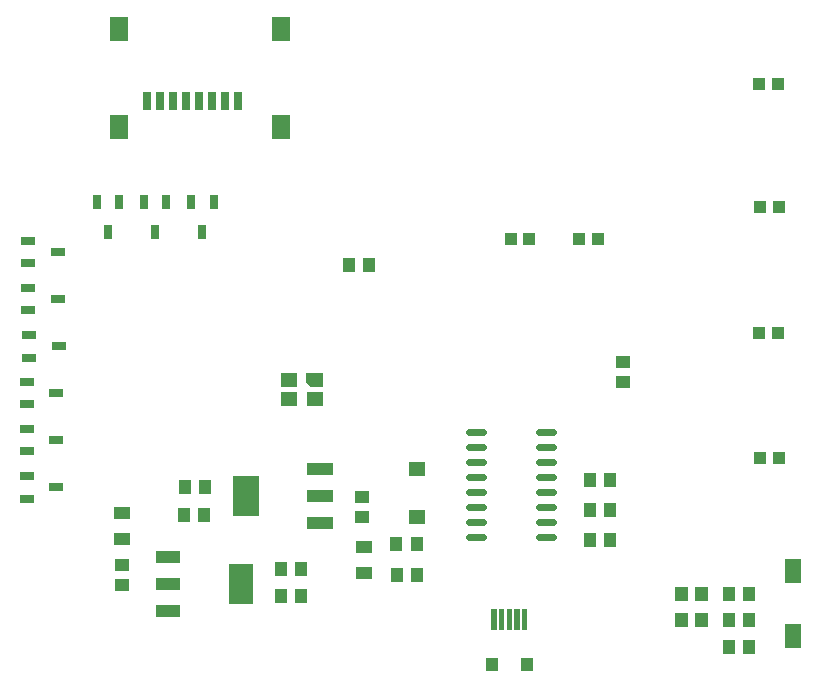
<source format=gtp>
G04 Layer: TopPasteMaskLayer*
G04 EasyEDA v6.3.43, 2020-05-10T20:22:00+02:00*
G04 8efef6a7772f454f874d1fefd099d7f4,c718b20e53f548e3abf3144c64a63f4f,10*
G04 Gerber Generator version 0.2*
G04 Scale: 100 percent, Rotated: No, Reflected: No *
G04 Dimensions in millimeters *
G04 leading zeros omitted , absolute positions ,3 integer and 3 decimal *
%FSLAX33Y33*%
%MOMM*%
G90*
G71D02*

%ADD16C,0.599999*%
%ADD19R,1.399997X1.150010*%
%ADD20R,0.799998X1.524000*%
%ADD21R,1.499997X1.999996*%
%ADD22R,1.099820X1.198880*%
%ADD23R,1.198880X1.099820*%
%ADD25R,0.999998X1.099998*%
%ADD26R,1.400048X1.999996*%
%ADD27R,1.470660X1.270000*%
%ADD28R,1.399997X0.999998*%
%ADD29R,2.159000X1.092200*%
%ADD30R,2.159000X3.505200*%
%ADD31R,2.199996X3.499993*%
%ADD32R,2.199996X1.099998*%
%ADD33R,1.250010X0.699999*%
%ADD34R,0.699999X1.250010*%

%LPD*%
G54D16*
G01X50854Y21229D02*
G01X49654Y21229D01*
G01X50854Y19959D02*
G01X49654Y19959D01*
G01X50854Y18689D02*
G01X49654Y18689D01*
G01X50854Y17419D02*
G01X49654Y17419D01*
G01X50854Y16149D02*
G01X49654Y16149D01*
G01X50854Y14879D02*
G01X49654Y14879D01*
G01X50854Y13609D02*
G01X49654Y13609D01*
G01X50854Y12339D02*
G01X49654Y12339D01*
G01X56797Y21229D02*
G01X55597Y21229D01*
G01X56797Y19959D02*
G01X55597Y19959D01*
G01X56797Y18689D02*
G01X55597Y18689D01*
G01X56797Y17419D02*
G01X55597Y17419D01*
G01X56797Y16149D02*
G01X55597Y16149D01*
G01X56797Y14879D02*
G01X55597Y14879D01*
G01X56797Y13609D02*
G01X55597Y13609D01*
G01X56797Y12339D02*
G01X55597Y12339D01*
G54D19*
G01X34399Y23999D03*
G36*
G01X37300Y25025D02*
G01X36262Y25024D01*
G01X35900Y25403D01*
G01X35900Y26175D01*
G01X37300Y26175D01*
G01X37300Y25025D01*
G37*
G01X36600Y23999D03*
G01X34399Y25599D03*
G54D20*
G01X22400Y49224D03*
G01X23500Y49224D03*
G01X24600Y49224D03*
G01X25699Y49224D03*
G01X26800Y49224D03*
G01X27900Y49224D03*
G01X28999Y49224D03*
G01X30100Y49224D03*
G54D21*
G01X33775Y47049D03*
G01X33775Y55349D03*
G01X20025Y47049D03*
G01X20025Y55349D03*
G54D22*
G01X71700Y3000D03*
G01X73399Y3000D03*
G01X61640Y12022D03*
G01X59941Y12022D03*
G54D23*
G01X40652Y14015D03*
G01X40652Y15715D03*
G36*
G01X54629Y6228D02*
G01X54629Y4430D01*
G01X54176Y4430D01*
G01X54176Y6228D01*
G01X54629Y6228D01*
G37*
G36*
G01X53978Y6228D02*
G01X53978Y4430D01*
G01X53526Y4430D01*
G01X53526Y6228D01*
G01X53978Y6228D01*
G37*
G36*
G01X53328Y6228D02*
G01X53328Y4430D01*
G01X52876Y4430D01*
G01X52876Y6228D01*
G01X53328Y6228D01*
G37*
G36*
G01X52678Y6228D02*
G01X52678Y4430D01*
G01X52226Y4430D01*
G01X52226Y6228D01*
G01X52678Y6228D01*
G37*
G36*
G01X52028Y6228D02*
G01X52028Y4430D01*
G01X51576Y4430D01*
G01X51576Y6228D01*
G01X52028Y6228D01*
G37*
G36*
G01X54116Y960D02*
G01X54116Y2060D01*
G01X55116Y2060D01*
G01X55116Y960D01*
G01X54116Y960D01*
G37*
G36*
G01X51134Y963D02*
G01X51134Y2063D01*
G01X52132Y2063D01*
G01X52132Y963D01*
G01X51134Y963D01*
G37*
G54D22*
G01X35445Y7284D03*
G01X33746Y7284D03*
G54D26*
G01X77100Y9462D03*
G01X77098Y3958D03*
G54D27*
G01X45240Y13963D03*
G01X45240Y18078D03*
G54D22*
G01X61640Y17122D03*
G01X59941Y17122D03*
G54D23*
G01X62700Y25400D03*
G01X62700Y27099D03*
G54D22*
G01X39500Y35299D03*
G01X41199Y35299D03*
G01X61640Y14623D03*
G01X59941Y14623D03*
G36*
G01X69949Y4700D02*
G01X68848Y4700D01*
G01X68848Y5899D01*
G01X69949Y5899D01*
G01X69949Y4700D01*
G37*
G36*
G01X68250Y4700D02*
G01X67152Y4700D01*
G01X67152Y5899D01*
G01X68250Y5899D01*
G01X68250Y4700D01*
G37*
G36*
G01X69949Y6900D02*
G01X68848Y6900D01*
G01X68848Y8099D01*
G01X69949Y8099D01*
G01X69949Y6900D01*
G37*
G36*
G01X68250Y6900D02*
G01X67152Y6900D01*
G01X67152Y8099D01*
G01X68250Y8099D01*
G01X68250Y6900D01*
G37*
G01X71700Y5299D03*
G01X73399Y5299D03*
G01X71700Y7499D03*
G01X73399Y7499D03*
G01X33794Y9570D03*
G01X35494Y9570D03*
G01X43540Y11722D03*
G01X45240Y11722D03*
G01X45240Y9122D03*
G01X43541Y9122D03*
G01X27278Y14148D03*
G01X25578Y14148D03*
G01X25627Y16561D03*
G01X27326Y16561D03*
G54D23*
G01X20293Y9957D03*
G01X20293Y8257D03*
G54D28*
G01X20293Y12158D03*
G01X20293Y14358D03*
G01X40778Y11432D03*
G01X40778Y9232D03*
G54D29*
G01X24179Y10604D03*
G01X24179Y8293D03*
G01X24179Y6007D03*
G54D30*
G01X30376Y8293D03*
G54D25*
G01X60601Y37500D03*
G01X59000Y37500D03*
G01X53199Y37500D03*
G01X54799Y37500D03*
G01X74357Y19017D03*
G01X75957Y19017D03*
G01X74230Y29558D03*
G01X75830Y29558D03*
G01X74357Y40226D03*
G01X75957Y40226D03*
G01X74230Y50640D03*
G01X75830Y50640D03*
G54D31*
G01X30823Y15793D03*
G54D32*
G01X37021Y18093D03*
G01X37021Y15793D03*
G01X37021Y13493D03*
G54D33*
G01X12250Y17449D03*
G01X12250Y15549D03*
G01X14749Y16499D03*
G54D34*
G01X20049Y40650D03*
G01X18149Y40650D03*
G01X19099Y38151D03*
G54D33*
G01X12250Y21449D03*
G01X12250Y19549D03*
G01X14749Y20499D03*
G54D34*
G01X28050Y40649D03*
G01X26150Y40649D03*
G01X27100Y38149D03*
G01X24050Y40650D03*
G01X22150Y40650D03*
G01X23100Y38151D03*
G54D33*
G01X12343Y33398D03*
G01X12343Y31498D03*
G01X14842Y32448D03*
G01X12444Y29398D03*
G01X12444Y27498D03*
G01X14943Y28448D03*
G01X12346Y37398D03*
G01X12346Y35499D03*
G01X14845Y36449D03*
G01X12250Y25449D03*
G01X12250Y23549D03*
G01X14749Y24499D03*
M00*
M02*

</source>
